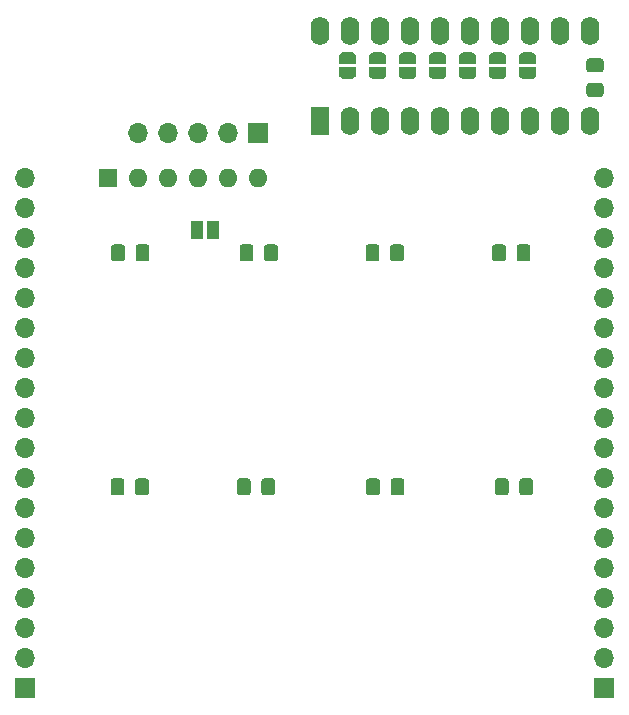
<source format=gbr>
%TF.GenerationSoftware,KiCad,Pcbnew,5.1.10*%
%TF.CreationDate,2021-12-22T00:08:39-07:00*%
%TF.ProjectId,Bondwell1MB,426f6e64-7765-46c6-9c31-4d422e6b6963,rev?*%
%TF.SameCoordinates,Original*%
%TF.FileFunction,Soldermask,Bot*%
%TF.FilePolarity,Negative*%
%FSLAX46Y46*%
G04 Gerber Fmt 4.6, Leading zero omitted, Abs format (unit mm)*
G04 Created by KiCad (PCBNEW 5.1.10) date 2021-12-22 00:08:39*
%MOMM*%
%LPD*%
G01*
G04 APERTURE LIST*
%ADD10O,1.700000X1.700000*%
%ADD11R,1.700000X1.700000*%
%ADD12O,1.600000X2.400000*%
%ADD13R,1.600000X2.400000*%
%ADD14O,1.600000X1.600000*%
%ADD15R,1.600000X1.600000*%
%ADD16C,0.100000*%
%ADD17R,1.000000X1.500000*%
G04 APERTURE END LIST*
D10*
%TO.C,J1*%
X83185000Y-80010000D03*
X85725000Y-80010000D03*
X88265000Y-80010000D03*
X90805000Y-80010000D03*
D11*
X93345000Y-80010000D03*
%TD*%
D12*
%TO.C,U5*%
X98660000Y-71380000D03*
X121520000Y-79000000D03*
X101200000Y-71380000D03*
X118980000Y-79000000D03*
X103740000Y-71380000D03*
X116440000Y-79000000D03*
X106280000Y-71380000D03*
X113900000Y-79000000D03*
X108820000Y-71380000D03*
X111360000Y-79000000D03*
X111360000Y-71380000D03*
X108820000Y-79000000D03*
X113900000Y-71380000D03*
X106280000Y-79000000D03*
X116440000Y-71380000D03*
X103740000Y-79000000D03*
X118980000Y-71380000D03*
X101200000Y-79000000D03*
X121520000Y-71380000D03*
D13*
X98660000Y-79000000D03*
%TD*%
D10*
%TO.C,J6*%
X73660000Y-83820000D03*
X73660000Y-86360000D03*
X73660000Y-88900000D03*
X73660000Y-91440000D03*
X73660000Y-93980000D03*
X73660000Y-96520000D03*
X73660000Y-99060000D03*
X73660000Y-101600000D03*
X73660000Y-104140000D03*
X73660000Y-106680000D03*
X73660000Y-109220000D03*
X73660000Y-111760000D03*
X73660000Y-114300000D03*
X73660000Y-116840000D03*
X73660000Y-119380000D03*
X73660000Y-121920000D03*
X73660000Y-124460000D03*
D11*
X73660000Y-127000000D03*
%TD*%
D14*
%TO.C,RN1*%
X93345000Y-83820000D03*
X90805000Y-83820000D03*
X88265000Y-83820000D03*
X85725000Y-83820000D03*
X83185000Y-83820000D03*
D15*
X80645000Y-83820000D03*
%TD*%
D16*
%TO.C,15*%
G36*
X116954398Y-74960000D02*
G01*
X116954398Y-74984534D01*
X116949588Y-75033365D01*
X116940016Y-75081490D01*
X116925772Y-75128445D01*
X116906995Y-75173778D01*
X116883864Y-75217051D01*
X116856604Y-75257850D01*
X116825476Y-75295779D01*
X116790779Y-75330476D01*
X116752850Y-75361604D01*
X116712051Y-75388864D01*
X116668778Y-75411995D01*
X116623445Y-75430772D01*
X116576490Y-75445016D01*
X116528365Y-75454588D01*
X116479534Y-75459398D01*
X116455000Y-75459398D01*
X116455000Y-75460000D01*
X115955000Y-75460000D01*
X115955000Y-75459398D01*
X115930466Y-75459398D01*
X115881635Y-75454588D01*
X115833510Y-75445016D01*
X115786555Y-75430772D01*
X115741222Y-75411995D01*
X115697949Y-75388864D01*
X115657150Y-75361604D01*
X115619221Y-75330476D01*
X115584524Y-75295779D01*
X115553396Y-75257850D01*
X115526136Y-75217051D01*
X115503005Y-75173778D01*
X115484228Y-75128445D01*
X115469984Y-75081490D01*
X115460412Y-75033365D01*
X115455602Y-74984534D01*
X115455602Y-74960000D01*
X115455000Y-74960000D01*
X115455000Y-74460000D01*
X116955000Y-74460000D01*
X116955000Y-74960000D01*
X116954398Y-74960000D01*
G37*
G36*
X115455000Y-74160000D02*
G01*
X115455000Y-73660000D01*
X115455602Y-73660000D01*
X115455602Y-73635466D01*
X115460412Y-73586635D01*
X115469984Y-73538510D01*
X115484228Y-73491555D01*
X115503005Y-73446222D01*
X115526136Y-73402949D01*
X115553396Y-73362150D01*
X115584524Y-73324221D01*
X115619221Y-73289524D01*
X115657150Y-73258396D01*
X115697949Y-73231136D01*
X115741222Y-73208005D01*
X115786555Y-73189228D01*
X115833510Y-73174984D01*
X115881635Y-73165412D01*
X115930466Y-73160602D01*
X115955000Y-73160602D01*
X115955000Y-73160000D01*
X116455000Y-73160000D01*
X116455000Y-73160602D01*
X116479534Y-73160602D01*
X116528365Y-73165412D01*
X116576490Y-73174984D01*
X116623445Y-73189228D01*
X116668778Y-73208005D01*
X116712051Y-73231136D01*
X116752850Y-73258396D01*
X116790779Y-73289524D01*
X116825476Y-73324221D01*
X116856604Y-73362150D01*
X116883864Y-73402949D01*
X116906995Y-73446222D01*
X116925772Y-73491555D01*
X116940016Y-73538510D01*
X116949588Y-73586635D01*
X116954398Y-73635466D01*
X116954398Y-73660000D01*
X116955000Y-73660000D01*
X116955000Y-74160000D01*
X115455000Y-74160000D01*
G37*
%TD*%
%TO.C,14*%
G36*
X114414398Y-74960000D02*
G01*
X114414398Y-74984534D01*
X114409588Y-75033365D01*
X114400016Y-75081490D01*
X114385772Y-75128445D01*
X114366995Y-75173778D01*
X114343864Y-75217051D01*
X114316604Y-75257850D01*
X114285476Y-75295779D01*
X114250779Y-75330476D01*
X114212850Y-75361604D01*
X114172051Y-75388864D01*
X114128778Y-75411995D01*
X114083445Y-75430772D01*
X114036490Y-75445016D01*
X113988365Y-75454588D01*
X113939534Y-75459398D01*
X113915000Y-75459398D01*
X113915000Y-75460000D01*
X113415000Y-75460000D01*
X113415000Y-75459398D01*
X113390466Y-75459398D01*
X113341635Y-75454588D01*
X113293510Y-75445016D01*
X113246555Y-75430772D01*
X113201222Y-75411995D01*
X113157949Y-75388864D01*
X113117150Y-75361604D01*
X113079221Y-75330476D01*
X113044524Y-75295779D01*
X113013396Y-75257850D01*
X112986136Y-75217051D01*
X112963005Y-75173778D01*
X112944228Y-75128445D01*
X112929984Y-75081490D01*
X112920412Y-75033365D01*
X112915602Y-74984534D01*
X112915602Y-74960000D01*
X112915000Y-74960000D01*
X112915000Y-74460000D01*
X114415000Y-74460000D01*
X114415000Y-74960000D01*
X114414398Y-74960000D01*
G37*
G36*
X112915000Y-74160000D02*
G01*
X112915000Y-73660000D01*
X112915602Y-73660000D01*
X112915602Y-73635466D01*
X112920412Y-73586635D01*
X112929984Y-73538510D01*
X112944228Y-73491555D01*
X112963005Y-73446222D01*
X112986136Y-73402949D01*
X113013396Y-73362150D01*
X113044524Y-73324221D01*
X113079221Y-73289524D01*
X113117150Y-73258396D01*
X113157949Y-73231136D01*
X113201222Y-73208005D01*
X113246555Y-73189228D01*
X113293510Y-73174984D01*
X113341635Y-73165412D01*
X113390466Y-73160602D01*
X113415000Y-73160602D01*
X113415000Y-73160000D01*
X113915000Y-73160000D01*
X113915000Y-73160602D01*
X113939534Y-73160602D01*
X113988365Y-73165412D01*
X114036490Y-73174984D01*
X114083445Y-73189228D01*
X114128778Y-73208005D01*
X114172051Y-73231136D01*
X114212850Y-73258396D01*
X114250779Y-73289524D01*
X114285476Y-73324221D01*
X114316604Y-73362150D01*
X114343864Y-73402949D01*
X114366995Y-73446222D01*
X114385772Y-73491555D01*
X114400016Y-73538510D01*
X114409588Y-73586635D01*
X114414398Y-73635466D01*
X114414398Y-73660000D01*
X114415000Y-73660000D01*
X114415000Y-74160000D01*
X112915000Y-74160000D01*
G37*
%TD*%
%TO.C,13*%
G36*
X111874398Y-74960000D02*
G01*
X111874398Y-74984534D01*
X111869588Y-75033365D01*
X111860016Y-75081490D01*
X111845772Y-75128445D01*
X111826995Y-75173778D01*
X111803864Y-75217051D01*
X111776604Y-75257850D01*
X111745476Y-75295779D01*
X111710779Y-75330476D01*
X111672850Y-75361604D01*
X111632051Y-75388864D01*
X111588778Y-75411995D01*
X111543445Y-75430772D01*
X111496490Y-75445016D01*
X111448365Y-75454588D01*
X111399534Y-75459398D01*
X111375000Y-75459398D01*
X111375000Y-75460000D01*
X110875000Y-75460000D01*
X110875000Y-75459398D01*
X110850466Y-75459398D01*
X110801635Y-75454588D01*
X110753510Y-75445016D01*
X110706555Y-75430772D01*
X110661222Y-75411995D01*
X110617949Y-75388864D01*
X110577150Y-75361604D01*
X110539221Y-75330476D01*
X110504524Y-75295779D01*
X110473396Y-75257850D01*
X110446136Y-75217051D01*
X110423005Y-75173778D01*
X110404228Y-75128445D01*
X110389984Y-75081490D01*
X110380412Y-75033365D01*
X110375602Y-74984534D01*
X110375602Y-74960000D01*
X110375000Y-74960000D01*
X110375000Y-74460000D01*
X111875000Y-74460000D01*
X111875000Y-74960000D01*
X111874398Y-74960000D01*
G37*
G36*
X110375000Y-74160000D02*
G01*
X110375000Y-73660000D01*
X110375602Y-73660000D01*
X110375602Y-73635466D01*
X110380412Y-73586635D01*
X110389984Y-73538510D01*
X110404228Y-73491555D01*
X110423005Y-73446222D01*
X110446136Y-73402949D01*
X110473396Y-73362150D01*
X110504524Y-73324221D01*
X110539221Y-73289524D01*
X110577150Y-73258396D01*
X110617949Y-73231136D01*
X110661222Y-73208005D01*
X110706555Y-73189228D01*
X110753510Y-73174984D01*
X110801635Y-73165412D01*
X110850466Y-73160602D01*
X110875000Y-73160602D01*
X110875000Y-73160000D01*
X111375000Y-73160000D01*
X111375000Y-73160602D01*
X111399534Y-73160602D01*
X111448365Y-73165412D01*
X111496490Y-73174984D01*
X111543445Y-73189228D01*
X111588778Y-73208005D01*
X111632051Y-73231136D01*
X111672850Y-73258396D01*
X111710779Y-73289524D01*
X111745476Y-73324221D01*
X111776604Y-73362150D01*
X111803864Y-73402949D01*
X111826995Y-73446222D01*
X111845772Y-73491555D01*
X111860016Y-73538510D01*
X111869588Y-73586635D01*
X111874398Y-73635466D01*
X111874398Y-73660000D01*
X111875000Y-73660000D01*
X111875000Y-74160000D01*
X110375000Y-74160000D01*
G37*
%TD*%
%TO.C,12*%
G36*
X109334398Y-74960000D02*
G01*
X109334398Y-74984534D01*
X109329588Y-75033365D01*
X109320016Y-75081490D01*
X109305772Y-75128445D01*
X109286995Y-75173778D01*
X109263864Y-75217051D01*
X109236604Y-75257850D01*
X109205476Y-75295779D01*
X109170779Y-75330476D01*
X109132850Y-75361604D01*
X109092051Y-75388864D01*
X109048778Y-75411995D01*
X109003445Y-75430772D01*
X108956490Y-75445016D01*
X108908365Y-75454588D01*
X108859534Y-75459398D01*
X108835000Y-75459398D01*
X108835000Y-75460000D01*
X108335000Y-75460000D01*
X108335000Y-75459398D01*
X108310466Y-75459398D01*
X108261635Y-75454588D01*
X108213510Y-75445016D01*
X108166555Y-75430772D01*
X108121222Y-75411995D01*
X108077949Y-75388864D01*
X108037150Y-75361604D01*
X107999221Y-75330476D01*
X107964524Y-75295779D01*
X107933396Y-75257850D01*
X107906136Y-75217051D01*
X107883005Y-75173778D01*
X107864228Y-75128445D01*
X107849984Y-75081490D01*
X107840412Y-75033365D01*
X107835602Y-74984534D01*
X107835602Y-74960000D01*
X107835000Y-74960000D01*
X107835000Y-74460000D01*
X109335000Y-74460000D01*
X109335000Y-74960000D01*
X109334398Y-74960000D01*
G37*
G36*
X107835000Y-74160000D02*
G01*
X107835000Y-73660000D01*
X107835602Y-73660000D01*
X107835602Y-73635466D01*
X107840412Y-73586635D01*
X107849984Y-73538510D01*
X107864228Y-73491555D01*
X107883005Y-73446222D01*
X107906136Y-73402949D01*
X107933396Y-73362150D01*
X107964524Y-73324221D01*
X107999221Y-73289524D01*
X108037150Y-73258396D01*
X108077949Y-73231136D01*
X108121222Y-73208005D01*
X108166555Y-73189228D01*
X108213510Y-73174984D01*
X108261635Y-73165412D01*
X108310466Y-73160602D01*
X108335000Y-73160602D01*
X108335000Y-73160000D01*
X108835000Y-73160000D01*
X108835000Y-73160602D01*
X108859534Y-73160602D01*
X108908365Y-73165412D01*
X108956490Y-73174984D01*
X109003445Y-73189228D01*
X109048778Y-73208005D01*
X109092051Y-73231136D01*
X109132850Y-73258396D01*
X109170779Y-73289524D01*
X109205476Y-73324221D01*
X109236604Y-73362150D01*
X109263864Y-73402949D01*
X109286995Y-73446222D01*
X109305772Y-73491555D01*
X109320016Y-73538510D01*
X109329588Y-73586635D01*
X109334398Y-73635466D01*
X109334398Y-73660000D01*
X109335000Y-73660000D01*
X109335000Y-74160000D01*
X107835000Y-74160000D01*
G37*
%TD*%
%TO.C,11*%
G36*
X106794398Y-74960000D02*
G01*
X106794398Y-74984534D01*
X106789588Y-75033365D01*
X106780016Y-75081490D01*
X106765772Y-75128445D01*
X106746995Y-75173778D01*
X106723864Y-75217051D01*
X106696604Y-75257850D01*
X106665476Y-75295779D01*
X106630779Y-75330476D01*
X106592850Y-75361604D01*
X106552051Y-75388864D01*
X106508778Y-75411995D01*
X106463445Y-75430772D01*
X106416490Y-75445016D01*
X106368365Y-75454588D01*
X106319534Y-75459398D01*
X106295000Y-75459398D01*
X106295000Y-75460000D01*
X105795000Y-75460000D01*
X105795000Y-75459398D01*
X105770466Y-75459398D01*
X105721635Y-75454588D01*
X105673510Y-75445016D01*
X105626555Y-75430772D01*
X105581222Y-75411995D01*
X105537949Y-75388864D01*
X105497150Y-75361604D01*
X105459221Y-75330476D01*
X105424524Y-75295779D01*
X105393396Y-75257850D01*
X105366136Y-75217051D01*
X105343005Y-75173778D01*
X105324228Y-75128445D01*
X105309984Y-75081490D01*
X105300412Y-75033365D01*
X105295602Y-74984534D01*
X105295602Y-74960000D01*
X105295000Y-74960000D01*
X105295000Y-74460000D01*
X106795000Y-74460000D01*
X106795000Y-74960000D01*
X106794398Y-74960000D01*
G37*
G36*
X105295000Y-74160000D02*
G01*
X105295000Y-73660000D01*
X105295602Y-73660000D01*
X105295602Y-73635466D01*
X105300412Y-73586635D01*
X105309984Y-73538510D01*
X105324228Y-73491555D01*
X105343005Y-73446222D01*
X105366136Y-73402949D01*
X105393396Y-73362150D01*
X105424524Y-73324221D01*
X105459221Y-73289524D01*
X105497150Y-73258396D01*
X105537949Y-73231136D01*
X105581222Y-73208005D01*
X105626555Y-73189228D01*
X105673510Y-73174984D01*
X105721635Y-73165412D01*
X105770466Y-73160602D01*
X105795000Y-73160602D01*
X105795000Y-73160000D01*
X106295000Y-73160000D01*
X106295000Y-73160602D01*
X106319534Y-73160602D01*
X106368365Y-73165412D01*
X106416490Y-73174984D01*
X106463445Y-73189228D01*
X106508778Y-73208005D01*
X106552051Y-73231136D01*
X106592850Y-73258396D01*
X106630779Y-73289524D01*
X106665476Y-73324221D01*
X106696604Y-73362150D01*
X106723864Y-73402949D01*
X106746995Y-73446222D01*
X106765772Y-73491555D01*
X106780016Y-73538510D01*
X106789588Y-73586635D01*
X106794398Y-73635466D01*
X106794398Y-73660000D01*
X106795000Y-73660000D01*
X106795000Y-74160000D01*
X105295000Y-74160000D01*
G37*
%TD*%
%TO.C,10*%
G36*
X104254398Y-74960000D02*
G01*
X104254398Y-74984534D01*
X104249588Y-75033365D01*
X104240016Y-75081490D01*
X104225772Y-75128445D01*
X104206995Y-75173778D01*
X104183864Y-75217051D01*
X104156604Y-75257850D01*
X104125476Y-75295779D01*
X104090779Y-75330476D01*
X104052850Y-75361604D01*
X104012051Y-75388864D01*
X103968778Y-75411995D01*
X103923445Y-75430772D01*
X103876490Y-75445016D01*
X103828365Y-75454588D01*
X103779534Y-75459398D01*
X103755000Y-75459398D01*
X103755000Y-75460000D01*
X103255000Y-75460000D01*
X103255000Y-75459398D01*
X103230466Y-75459398D01*
X103181635Y-75454588D01*
X103133510Y-75445016D01*
X103086555Y-75430772D01*
X103041222Y-75411995D01*
X102997949Y-75388864D01*
X102957150Y-75361604D01*
X102919221Y-75330476D01*
X102884524Y-75295779D01*
X102853396Y-75257850D01*
X102826136Y-75217051D01*
X102803005Y-75173778D01*
X102784228Y-75128445D01*
X102769984Y-75081490D01*
X102760412Y-75033365D01*
X102755602Y-74984534D01*
X102755602Y-74960000D01*
X102755000Y-74960000D01*
X102755000Y-74460000D01*
X104255000Y-74460000D01*
X104255000Y-74960000D01*
X104254398Y-74960000D01*
G37*
G36*
X102755000Y-74160000D02*
G01*
X102755000Y-73660000D01*
X102755602Y-73660000D01*
X102755602Y-73635466D01*
X102760412Y-73586635D01*
X102769984Y-73538510D01*
X102784228Y-73491555D01*
X102803005Y-73446222D01*
X102826136Y-73402949D01*
X102853396Y-73362150D01*
X102884524Y-73324221D01*
X102919221Y-73289524D01*
X102957150Y-73258396D01*
X102997949Y-73231136D01*
X103041222Y-73208005D01*
X103086555Y-73189228D01*
X103133510Y-73174984D01*
X103181635Y-73165412D01*
X103230466Y-73160602D01*
X103255000Y-73160602D01*
X103255000Y-73160000D01*
X103755000Y-73160000D01*
X103755000Y-73160602D01*
X103779534Y-73160602D01*
X103828365Y-73165412D01*
X103876490Y-73174984D01*
X103923445Y-73189228D01*
X103968778Y-73208005D01*
X104012051Y-73231136D01*
X104052850Y-73258396D01*
X104090779Y-73289524D01*
X104125476Y-73324221D01*
X104156604Y-73362150D01*
X104183864Y-73402949D01*
X104206995Y-73446222D01*
X104225772Y-73491555D01*
X104240016Y-73538510D01*
X104249588Y-73586635D01*
X104254398Y-73635466D01*
X104254398Y-73660000D01*
X104255000Y-73660000D01*
X104255000Y-74160000D01*
X102755000Y-74160000D01*
G37*
%TD*%
%TO.C,9*%
G36*
X101714398Y-74945000D02*
G01*
X101714398Y-74969534D01*
X101709588Y-75018365D01*
X101700016Y-75066490D01*
X101685772Y-75113445D01*
X101666995Y-75158778D01*
X101643864Y-75202051D01*
X101616604Y-75242850D01*
X101585476Y-75280779D01*
X101550779Y-75315476D01*
X101512850Y-75346604D01*
X101472051Y-75373864D01*
X101428778Y-75396995D01*
X101383445Y-75415772D01*
X101336490Y-75430016D01*
X101288365Y-75439588D01*
X101239534Y-75444398D01*
X101215000Y-75444398D01*
X101215000Y-75445000D01*
X100715000Y-75445000D01*
X100715000Y-75444398D01*
X100690466Y-75444398D01*
X100641635Y-75439588D01*
X100593510Y-75430016D01*
X100546555Y-75415772D01*
X100501222Y-75396995D01*
X100457949Y-75373864D01*
X100417150Y-75346604D01*
X100379221Y-75315476D01*
X100344524Y-75280779D01*
X100313396Y-75242850D01*
X100286136Y-75202051D01*
X100263005Y-75158778D01*
X100244228Y-75113445D01*
X100229984Y-75066490D01*
X100220412Y-75018365D01*
X100215602Y-74969534D01*
X100215602Y-74945000D01*
X100215000Y-74945000D01*
X100215000Y-74445000D01*
X101715000Y-74445000D01*
X101715000Y-74945000D01*
X101714398Y-74945000D01*
G37*
G36*
X100215000Y-74145000D02*
G01*
X100215000Y-73645000D01*
X100215602Y-73645000D01*
X100215602Y-73620466D01*
X100220412Y-73571635D01*
X100229984Y-73523510D01*
X100244228Y-73476555D01*
X100263005Y-73431222D01*
X100286136Y-73387949D01*
X100313396Y-73347150D01*
X100344524Y-73309221D01*
X100379221Y-73274524D01*
X100417150Y-73243396D01*
X100457949Y-73216136D01*
X100501222Y-73193005D01*
X100546555Y-73174228D01*
X100593510Y-73159984D01*
X100641635Y-73150412D01*
X100690466Y-73145602D01*
X100715000Y-73145602D01*
X100715000Y-73145000D01*
X101215000Y-73145000D01*
X101215000Y-73145602D01*
X101239534Y-73145602D01*
X101288365Y-73150412D01*
X101336490Y-73159984D01*
X101383445Y-73174228D01*
X101428778Y-73193005D01*
X101472051Y-73216136D01*
X101512850Y-73243396D01*
X101550779Y-73274524D01*
X101585476Y-73309221D01*
X101616604Y-73347150D01*
X101643864Y-73387949D01*
X101666995Y-73431222D01*
X101685772Y-73476555D01*
X101700016Y-73523510D01*
X101709588Y-73571635D01*
X101714398Y-73620466D01*
X101714398Y-73645000D01*
X101715000Y-73645000D01*
X101715000Y-74145000D01*
X100215000Y-74145000D01*
G37*
%TD*%
D17*
%TO.C,JR1*%
X88250000Y-88265000D03*
X89550000Y-88265000D03*
%TD*%
D10*
%TO.C,J5*%
X122660000Y-83820000D03*
X122660000Y-86360000D03*
X122660000Y-88900000D03*
X122660000Y-91440000D03*
X122660000Y-93980000D03*
X122660000Y-96520000D03*
X122660000Y-99060000D03*
X122660000Y-101600000D03*
X122660000Y-104140000D03*
X122660000Y-106680000D03*
X122660000Y-109220000D03*
X122660000Y-111760000D03*
X122660000Y-114300000D03*
X122660000Y-116840000D03*
X122660000Y-119380000D03*
X122660000Y-121920000D03*
X122660000Y-124460000D03*
D11*
X122660000Y-127000000D03*
%TD*%
%TO.C,C9*%
G36*
G01*
X115512000Y-110457000D02*
X115512000Y-109507000D01*
G75*
G02*
X115762000Y-109257000I250000J0D01*
G01*
X116437000Y-109257000D01*
G75*
G02*
X116687000Y-109507000I0J-250000D01*
G01*
X116687000Y-110457000D01*
G75*
G02*
X116437000Y-110707000I-250000J0D01*
G01*
X115762000Y-110707000D01*
G75*
G02*
X115512000Y-110457000I0J250000D01*
G01*
G37*
G36*
G01*
X113437000Y-110457000D02*
X113437000Y-109507000D01*
G75*
G02*
X113687000Y-109257000I250000J0D01*
G01*
X114362000Y-109257000D01*
G75*
G02*
X114612000Y-109507000I0J-250000D01*
G01*
X114612000Y-110457000D01*
G75*
G02*
X114362000Y-110707000I-250000J0D01*
G01*
X113687000Y-110707000D01*
G75*
G02*
X113437000Y-110457000I0J250000D01*
G01*
G37*
%TD*%
%TO.C,C8*%
G36*
G01*
X93668000Y-110457000D02*
X93668000Y-109507000D01*
G75*
G02*
X93918000Y-109257000I250000J0D01*
G01*
X94593000Y-109257000D01*
G75*
G02*
X94843000Y-109507000I0J-250000D01*
G01*
X94843000Y-110457000D01*
G75*
G02*
X94593000Y-110707000I-250000J0D01*
G01*
X93918000Y-110707000D01*
G75*
G02*
X93668000Y-110457000I0J250000D01*
G01*
G37*
G36*
G01*
X91593000Y-110457000D02*
X91593000Y-109507000D01*
G75*
G02*
X91843000Y-109257000I250000J0D01*
G01*
X92518000Y-109257000D01*
G75*
G02*
X92768000Y-109507000I0J-250000D01*
G01*
X92768000Y-110457000D01*
G75*
G02*
X92518000Y-110707000I-250000J0D01*
G01*
X91843000Y-110707000D01*
G75*
G02*
X91593000Y-110457000I0J250000D01*
G01*
G37*
%TD*%
%TO.C,C7*%
G36*
G01*
X115279500Y-90645000D02*
X115279500Y-89695000D01*
G75*
G02*
X115529500Y-89445000I250000J0D01*
G01*
X116204500Y-89445000D01*
G75*
G02*
X116454500Y-89695000I0J-250000D01*
G01*
X116454500Y-90645000D01*
G75*
G02*
X116204500Y-90895000I-250000J0D01*
G01*
X115529500Y-90895000D01*
G75*
G02*
X115279500Y-90645000I0J250000D01*
G01*
G37*
G36*
G01*
X113204500Y-90645000D02*
X113204500Y-89695000D01*
G75*
G02*
X113454500Y-89445000I250000J0D01*
G01*
X114129500Y-89445000D01*
G75*
G02*
X114379500Y-89695000I0J-250000D01*
G01*
X114379500Y-90645000D01*
G75*
G02*
X114129500Y-90895000I-250000J0D01*
G01*
X113454500Y-90895000D01*
G75*
G02*
X113204500Y-90645000I0J250000D01*
G01*
G37*
%TD*%
%TO.C,C6*%
G36*
G01*
X93900500Y-90645000D02*
X93900500Y-89695000D01*
G75*
G02*
X94150500Y-89445000I250000J0D01*
G01*
X94825500Y-89445000D01*
G75*
G02*
X95075500Y-89695000I0J-250000D01*
G01*
X95075500Y-90645000D01*
G75*
G02*
X94825500Y-90895000I-250000J0D01*
G01*
X94150500Y-90895000D01*
G75*
G02*
X93900500Y-90645000I0J250000D01*
G01*
G37*
G36*
G01*
X91825500Y-90645000D02*
X91825500Y-89695000D01*
G75*
G02*
X92075500Y-89445000I250000J0D01*
G01*
X92750500Y-89445000D01*
G75*
G02*
X93000500Y-89695000I0J-250000D01*
G01*
X93000500Y-90645000D01*
G75*
G02*
X92750500Y-90895000I-250000J0D01*
G01*
X92075500Y-90895000D01*
G75*
G02*
X91825500Y-90645000I0J250000D01*
G01*
G37*
%TD*%
%TO.C,C5*%
G36*
G01*
X104611500Y-110457000D02*
X104611500Y-109507000D01*
G75*
G02*
X104861500Y-109257000I250000J0D01*
G01*
X105536500Y-109257000D01*
G75*
G02*
X105786500Y-109507000I0J-250000D01*
G01*
X105786500Y-110457000D01*
G75*
G02*
X105536500Y-110707000I-250000J0D01*
G01*
X104861500Y-110707000D01*
G75*
G02*
X104611500Y-110457000I0J250000D01*
G01*
G37*
G36*
G01*
X102536500Y-110457000D02*
X102536500Y-109507000D01*
G75*
G02*
X102786500Y-109257000I250000J0D01*
G01*
X103461500Y-109257000D01*
G75*
G02*
X103711500Y-109507000I0J-250000D01*
G01*
X103711500Y-110457000D01*
G75*
G02*
X103461500Y-110707000I-250000J0D01*
G01*
X102786500Y-110707000D01*
G75*
G02*
X102536500Y-110457000I0J250000D01*
G01*
G37*
%TD*%
%TO.C,C4*%
G36*
G01*
X82978500Y-110457000D02*
X82978500Y-109507000D01*
G75*
G02*
X83228500Y-109257000I250000J0D01*
G01*
X83903500Y-109257000D01*
G75*
G02*
X84153500Y-109507000I0J-250000D01*
G01*
X84153500Y-110457000D01*
G75*
G02*
X83903500Y-110707000I-250000J0D01*
G01*
X83228500Y-110707000D01*
G75*
G02*
X82978500Y-110457000I0J250000D01*
G01*
G37*
G36*
G01*
X80903500Y-110457000D02*
X80903500Y-109507000D01*
G75*
G02*
X81153500Y-109257000I250000J0D01*
G01*
X81828500Y-109257000D01*
G75*
G02*
X82078500Y-109507000I0J-250000D01*
G01*
X82078500Y-110457000D01*
G75*
G02*
X81828500Y-110707000I-250000J0D01*
G01*
X81153500Y-110707000D01*
G75*
G02*
X80903500Y-110457000I0J250000D01*
G01*
G37*
%TD*%
%TO.C,C3*%
G36*
G01*
X104568500Y-90645000D02*
X104568500Y-89695000D01*
G75*
G02*
X104818500Y-89445000I250000J0D01*
G01*
X105493500Y-89445000D01*
G75*
G02*
X105743500Y-89695000I0J-250000D01*
G01*
X105743500Y-90645000D01*
G75*
G02*
X105493500Y-90895000I-250000J0D01*
G01*
X104818500Y-90895000D01*
G75*
G02*
X104568500Y-90645000I0J250000D01*
G01*
G37*
G36*
G01*
X102493500Y-90645000D02*
X102493500Y-89695000D01*
G75*
G02*
X102743500Y-89445000I250000J0D01*
G01*
X103418500Y-89445000D01*
G75*
G02*
X103668500Y-89695000I0J-250000D01*
G01*
X103668500Y-90645000D01*
G75*
G02*
X103418500Y-90895000I-250000J0D01*
G01*
X102743500Y-90895000D01*
G75*
G02*
X102493500Y-90645000I0J250000D01*
G01*
G37*
%TD*%
%TO.C,C2*%
G36*
G01*
X83021500Y-90645000D02*
X83021500Y-89695000D01*
G75*
G02*
X83271500Y-89445000I250000J0D01*
G01*
X83946500Y-89445000D01*
G75*
G02*
X84196500Y-89695000I0J-250000D01*
G01*
X84196500Y-90645000D01*
G75*
G02*
X83946500Y-90895000I-250000J0D01*
G01*
X83271500Y-90895000D01*
G75*
G02*
X83021500Y-90645000I0J250000D01*
G01*
G37*
G36*
G01*
X80946500Y-90645000D02*
X80946500Y-89695000D01*
G75*
G02*
X81196500Y-89445000I250000J0D01*
G01*
X81871500Y-89445000D01*
G75*
G02*
X82121500Y-89695000I0J-250000D01*
G01*
X82121500Y-90645000D01*
G75*
G02*
X81871500Y-90895000I-250000J0D01*
G01*
X81196500Y-90895000D01*
G75*
G02*
X80946500Y-90645000I0J250000D01*
G01*
G37*
%TD*%
%TO.C,C1*%
G36*
G01*
X122395000Y-74882500D02*
X121445000Y-74882500D01*
G75*
G02*
X121195000Y-74632500I0J250000D01*
G01*
X121195000Y-73957500D01*
G75*
G02*
X121445000Y-73707500I250000J0D01*
G01*
X122395000Y-73707500D01*
G75*
G02*
X122645000Y-73957500I0J-250000D01*
G01*
X122645000Y-74632500D01*
G75*
G02*
X122395000Y-74882500I-250000J0D01*
G01*
G37*
G36*
G01*
X122395000Y-76957500D02*
X121445000Y-76957500D01*
G75*
G02*
X121195000Y-76707500I0J250000D01*
G01*
X121195000Y-76032500D01*
G75*
G02*
X121445000Y-75782500I250000J0D01*
G01*
X122395000Y-75782500D01*
G75*
G02*
X122645000Y-76032500I0J-250000D01*
G01*
X122645000Y-76707500D01*
G75*
G02*
X122395000Y-76957500I-250000J0D01*
G01*
G37*
%TD*%
M02*

</source>
